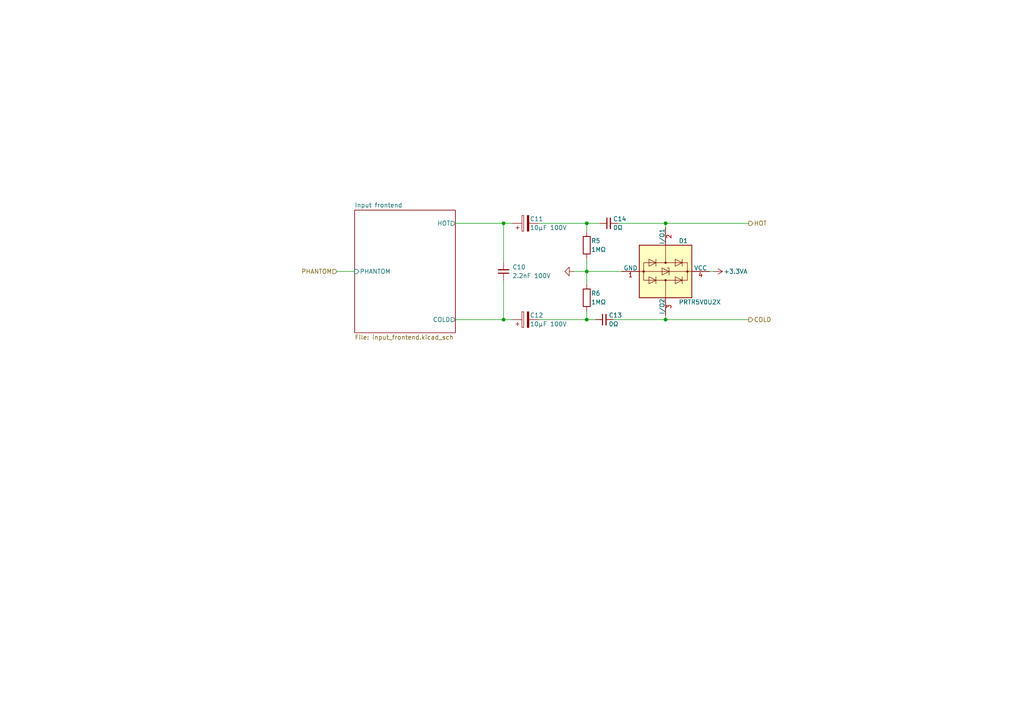
<source format=kicad_sch>
(kicad_sch (version 20250114) (generator "eeschema") (generator_version "9.0")
  (paper "A4")
  (lib_symbols
    (symbol "Device:C_Polarized" (pin_numbers (hide yes)) (pin_names (offset 0.254))
      (property "Reference" "C" (at 0.635 2.54 0))
      (property "Value" "C_Polarized" (at 0.635 -2.54 0))
      (symbol "C_Polarized_0_1"
        (rectangle (start -2.286 0.508) (end 2.286 1.016))
        (polyline (pts (xy -1.778 2.286) (xy -0.762 2.286)))
        (polyline (pts (xy -1.27 2.794) (xy -1.27 1.778)))
        (rectangle (start 2.286 -0.508) (end -2.286 -1.016) (fill (type outline)))
      )
      (symbol "C_Polarized_1_1"
        (pin passive line (at 0 3.81 270) (length 2.794) (name "~") (number "1"))
        (pin passive line (at 0 -3.81 90) (length 2.794) (name "~") (number "2"))
      )
    )
    (symbol "Device:C_Small" (pin_numbers (hide yes)) (pin_names (offset 0.254) (hide yes))
      (property "Reference" "C" (at 0.254 1.778 0))
      (property "Value" "C_Small" (at 0.254 -2.032 0))
      (symbol "C_Small_0_1"
        (polyline (pts (xy -1.524 0.508) (xy 1.524 0.508)) (stroke (width 0.3048)))
        (polyline (pts (xy -1.524 -0.508) (xy 1.524 -0.508)) (stroke (width 0.3302)))
      )
      (symbol "C_Small_1_1"
        (pin passive line (at 0 2.54 270) (length 2.032) (name "~") (number "1"))
        (pin passive line (at 0 -2.54 90) (length 2.032) (name "~") (number "2"))
      )
    )
    (symbol "Device:R" (pin_numbers (hide yes)) (pin_names (offset 0))
      (property "Reference" "R" (at 2.032 0 90))
      (property "Value" "R" (at 0 0 90))
      (symbol "R_0_1"
        (rectangle (start -1.016 -2.54) (end 1.016 2.54) (stroke (width 0.254)))
      )
      (symbol "R_1_1"
        (pin passive line (at 0 3.81 270) (length 1.27) (name "~") (number "1"))
        (pin passive line (at 0 -3.81 90) (length 1.27) (name "~") (number "2"))
      )
    )
    (symbol "Power_Protection:PRTR5V0U2X" (pin_names (offset 0))
      (property "Reference" "D" (at 2.794 8.636 0))
      (property "Value" "PRTR5V0U2X" (at 8.128 -9.398 0))
      (symbol "PRTR5V0U2X_0_1"
        (rectangle (start -7.62 -7.62) (end 7.62 7.62) (stroke (width 0.254)) (fill (type background)))
        (polyline (pts (xy -3.556 2.794) (xy -1.524 2.794) (xy -2.54 4.826) (xy -3.556 2.794)))
        (polyline (pts (xy -3.556 -4.826) (xy -1.524 -4.826) (xy -2.54 -2.794) (xy -3.556 -4.826)))
        (rectangle (start -2.54 6.35) (end 2.54 -6.35))
        (circle (center -2.54 0) (radius 0.254) (fill (type outline)))
        (polyline (pts (xy -2.54 0) (xy -7.62 0)))
        (polyline (pts (xy -1.524 4.826) (xy -3.556 4.826)))
        (polyline (pts (xy -1.524 -2.794) (xy -3.556 -2.794)))
        (polyline (pts (xy -1.016 -1.016) (xy 1.016 -1.016) (xy 0 1.016) (xy -1.016 -1.016)))
        (circle (center 0 6.35) (radius 0.254) (fill (type outline)))
        (circle (center 0 -6.35) (radius 0.254) (fill (type outline)))
        (polyline (pts (xy 0 -7.62) (xy 0 7.62)))
        (polyline (pts (xy 1.016 1.016) (xy -1.016 1.016) (xy -1.016 0.508)))
        (polyline (pts (xy 1.524 4.826) (xy 3.556 4.826)))
        (polyline (pts (xy 1.524 -2.794) (xy 3.556 -2.794)))
        (polyline (pts (xy 2.54 0) (xy 7.62 0)))
        (circle (center 2.54 0) (radius 0.254) (fill (type outline)))
        (polyline (pts (xy 3.556 2.794) (xy 1.524 2.794) (xy 2.54 4.826) (xy 3.556 2.794)))
        (polyline (pts (xy 3.556 -4.826) (xy 1.524 -4.826) (xy 2.54 -2.794) (xy 3.556 -4.826)))
      )
      (symbol "PRTR5V0U2X_1_1"
        (pin passive line (at -12.7 0 0) (length 5.08) (name "I/O1") (number "2"))
        (pin passive line (at 0 12.7 270) (length 5.08) (name "VCC") (number "4"))
        (pin passive line (at 0 -12.7 90) (length 5.08) (name "GND") (number "1"))
        (pin passive line (at 12.7 0 180) (length 5.08) (name "I/O2") (number "3"))
      )
    )
    (symbol "power:+3.3VA" (power) (pin_numbers (hide yes)) (pin_names (offset 0) (hide yes))
      (property "Value" "+3.3VA" (at 0 3.556 0))
      (symbol "+3.3VA_0_1"
        (polyline (pts (xy -0.762 1.27) (xy 0 2.54)))
        (polyline (pts (xy 0 2.54) (xy 0.762 1.27)))
        (polyline (pts (xy 0 0) (xy 0 2.54)))
      )
      (symbol "+3.3VA_1_1"
        (pin power_in line (at 0 0 90) (length 0) (name "~") (number "1"))
      )
    )
    (symbol "power:GND" (power) (pin_numbers (hide yes)) (pin_names (offset 0) (hide yes))
      (property "Value" "GND" (at 0 -3.81 0))
      (symbol "GND_0_1"
        (polyline (pts (xy 0 0) (xy 0 -1.27) (xy 1.27 -1.27) (xy 0 -2.54) (xy -1.27 -1.27) (xy 0 -1.27)))
      )
      (symbol "GND_1_1"
        (pin power_in line (at 0 0 270) (length 0) (name "~") (number "1"))
      )
    )
  )
  (junction (at 146.05 92.71))
  (junction (at 170.18 92.71))
  (junction (at 193.04 92.71))
  (junction (at 170.18 78.74))
  (junction (at 146.05 64.77))
  (junction (at 170.18 64.77))
  (junction (at 193.04 64.77))
  (wire (pts (xy 146.05 92.71) (xy 148.59 92.71)))
  (wire (pts (xy 156.21 92.71) (xy 170.18 92.71)))
  (wire (pts (xy 193.04 64.77) (xy 193.04 66.04)))
  (wire (pts (xy 177.8 92.71) (xy 193.04 92.71)))
  (wire (pts (xy 146.05 64.77) (xy 148.59 64.77)))
  (wire (pts (xy 132.08 92.71) (xy 146.05 92.71)))
  (wire (pts (xy 193.04 64.77) (xy 217.17 64.77)))
  (wire (pts (xy 205.74 78.74) (xy 207.01 78.74)))
  (wire (pts (xy 156.21 64.77) (xy 170.18 64.77)))
  (wire (pts (xy 166.37 78.74) (xy 170.18 78.74)))
  (wire (pts (xy 146.05 64.77) (xy 146.05 76.2)))
  (wire (pts (xy 170.18 78.74) (xy 180.34 78.74)))
  (wire (pts (xy 146.05 81.28) (xy 146.05 92.71)))
  (wire (pts (xy 170.18 78.74) (xy 170.18 82.55)))
  (wire (pts (xy 170.18 74.93) (xy 170.18 78.74)))
  (wire (pts (xy 132.08 64.77) (xy 146.05 64.77)))
  (wire (pts (xy 170.18 64.77) (xy 170.18 67.31)))
  (wire (pts (xy 179.07 64.77) (xy 193.04 64.77)))
  (wire (pts (xy 97.79 78.74) (xy 102.87 78.74)))
  (wire (pts (xy 193.04 92.71) (xy 217.17 92.71)))
  (wire (pts (xy 193.04 91.44) (xy 193.04 92.71)))
  (wire (pts (xy 170.18 92.71) (xy 172.72 92.71)))
  (wire (pts (xy 170.18 64.77) (xy 173.99 64.77)))
  (wire (pts (xy 170.18 90.17) (xy 170.18 92.71)))
  (hierarchical_label "COLD" (shape output) (at 217.17 92.71 0))
  (hierarchical_label "PHANTOM" (shape input) (at 97.79 78.74 180))
  (hierarchical_label "HOT" (shape output) (at 217.17 64.77 0))
  (symbol (lib_id "Device:R") (at 170.18 71.12 0) (unit 1)
    (property "Reference" "R5" (at 171.45 69.85 0) (effects (justify left)))
    (property "Value" "1MΩ" (at 171.45 72.39 0) (effects (justify left)))
    (property "Footprint" "Resistor_SMD:R_0603_1608Metric" (effects (hide yes)))
    (property "Description" "Resistor" (effects (hide yes)))
    (property "MPN" "1MΩ 125mW 5% 0603" (effects (hide yes)))
    (instances (project "mv2_taa3040" (path "" (reference "R5") (unit 1)) (path "" (reference "R7") (unit 1))))
  )
  (symbol (lib_id "Device:C_Polarized") (at 152.4 92.71 90) (unit 1)
    (property "Reference" "C12" (at 153.67 91.44 90) (effects (justify right)))
    (property "Value" "10μF 100V" (at 153.67 93.98 90) (effects (justify right)))
    (property "Footprint" "Capacitor_THT:CP_Radial_D5.0mm_P2.00mm" (effects (hide yes)))
    (property "Description" "Polarized capacitor" (effects (hide yes)))
    (property "MPN" "C 10μF 100V P2" (effects (hide yes)))
    (instances (project "mv2_taa3040" (path "" (reference "C12") (unit 1)) (path "" (reference "C17") (unit 1))))
  )
  (symbol (lib_id "Power_Protection:PRTR5V0U2X") (at 193.04 78.74 270) (unit 1)
    (property "Reference" "D1" (at 196.85 69.85 90) (effects (justify left)))
    (property "Value" "PRTR5V0U2X" (at 196.85 87.63 90) (effects (justify left)))
    (property "Footprint" "Package_TO_SOT_SMD:SOT-143" (effects (hide yes)))
    (property "Datasheet" "https://assets.nexperia.com/documents/data-sheet/PRTR5V0U2X.pdf" (effects (hide yes)))
    (property "Description" "Ultra low capacitance double rail-to-rail ESD protection diode, SOT-143" (effects (hide yes)))
    (property "MPN" "PRTR5V0U2X,215" (effects (hide yes)))
    (property "LCSC" "C12333" (effects (hide yes)))
    (instances (project "mv2_taa3040" (path "" (reference "D1") (unit 1)) (path "" (reference "D2") (unit 1))))
  )
  (symbol (lib_id "power:GND") (at 166.37 78.74 270) (unit 1)
    (property "Reference" "#PWR030" (effects (hide yes)))
    (property "Value" "GND" (effects (hide yes)))
    (property "Description" "Power symbol creates a global label with name \"GND\" , ground" (effects (hide yes)))
    (instances (project "" (path "" (reference "#PWR030") (unit 1)) (path "" (reference "#PWR032") (unit 1))))
  )
  (symbol (lib_id "Device:C_Polarized") (at 152.4 64.77 90) (unit 1)
    (property "Reference" "C11" (at 153.67 63.5 90) (effects (justify right)))
    (property "Value" "10μF 100V" (at 153.67 66.04 90) (effects (justify right)))
    (property "Footprint" "Capacitor_THT:CP_Radial_D5.0mm_P2.00mm" (effects (hide yes)))
    (property "Description" "Polarized capacitor" (effects (hide yes)))
    (property "MPN" "C 10μF 100V P2" (effects (hide yes)))
    (instances (project "" (path "" (reference "C11") (unit 1)) (path "" (reference "C16") (unit 1))))
  )
  (symbol (lib_id "power:+3.3VA") (at 207.01 78.74 270) (unit 1)
    (property "Reference" "#PWR031" (effects (hide yes)))
    (property "Value" "+3.3VA" (at 213.36 78.74 90))
    (property "Description" "Power symbol creates a global label with name \"+3.3VA\"" (effects (hide yes)))
    (instances (project "mv2_taa3040" (path "" (reference "#PWR031") (unit 1)) (path "" (reference "#PWR033") (unit 1))))
  )
  (symbol (lib_id "Device:R") (at 170.18 86.36 0) (unit 1)
    (property "Reference" "R6" (at 171.45 85.09 0) (effects (justify left)))
    (property "Value" "1MΩ" (at 171.45 87.63 0) (effects (justify left)))
    (property "Footprint" "Resistor_SMD:R_0603_1608Metric" (effects (hide yes)))
    (property "Description" "Resistor" (effects (hide yes)))
    (property "MPN" "1MΩ 125mW 5% 0603" (effects (hide yes)))
    (instances (project "mv2_taa3040" (path "" (reference "R6") (unit 1)) (path "" (reference "R8") (unit 1))))
  )
  (symbol (lib_id "Device:C_Small") (at 146.05 78.74 180) (unit 1)
    (property "Reference" "C10" (at 148.59 77.4635 0) (effects (justify right)))
    (property "Value" "2.2nF 100V" (at 148.59 80.0035 0) (effects (justify right)))
    (property "Footprint" "Capacitor_SMD:C_0805_2012Metric" (effects (hide yes)))
    (property "Description" "Unpolarized capacitor, small symbol" (effects (hide yes)))
    (property "MPN" "C 2.2nF 100V 0805" (effects (hide yes)))
    (instances (project "mv2_taa3040" (path "" (reference "C10") (unit 1)) (path "" (reference "C15") (unit 1))))
  )
  (symbol (lib_id "Device:C_Small") (at 176.53 64.77 90) (unit 1)
    (property "Reference" "C14" (at 177.8 63.5 90) (effects (justify right)))
    (property "Value" "0Ω" (at 177.8 66.04 90) (effects (justify right)))
    (property "Footprint" "Capacitor_SMD:C_1206_3216Metric" (effects (hide yes)))
    (property "Description" "Unpolarized capacitor, small symbol" (effects (hide yes)))
    (property "MPN" "R 0Ω 0805" (effects (hide yes)))
    (instances (project "mv2_taa3040" (path "" (reference "C14") (unit 1)) (path "" (reference "C19") (unit 1))))
  )
  (symbol (lib_id "Device:C_Small") (at 175.26 92.71 90) (unit 1)
    (property "Reference" "C13" (at 176.53 91.44 90) (effects (justify right)))
    (property "Value" "0Ω" (at 176.53 93.98 90) (effects (justify right)))
    (property "Footprint" "Capacitor_SMD:C_1206_3216Metric" (effects (hide yes)))
    (property "Description" "Unpolarized capacitor, small symbol" (effects (hide yes)))
    (property "MPN" "R 0Ω 1206" (effects (hide yes)))
    (instances (project "mv2_taa3040" (path "" (reference "C13") (unit 1)) (path "" (reference "C18") (unit 1))))
  )
  (sheet (at 102.87 60.96) (size 29.21 35.56) (stroke (width 0.1524))
    (property "Sheetname" "Input frontend" (at 102.87 60.2484 0) (effects (justify left bottom)))
    (property "Sheetfile" "input_frontend.kicad_sch" (at 102.87 97.1046 0) (effects (justify left top)))
    (pin "COLD" output (at 132.08 92.71 0))
    (pin "HOT" output (at 132.08 64.77 0))
    (pin "PHANTOM" input (at 102.87 78.74 180))
  )
)
</source>
